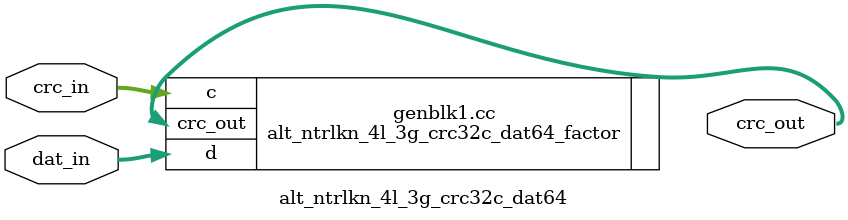
<source format=v>


`timescale 1 ps / 1 ps


module alt_ntrlkn_4l_3g_crc32c_dat64 (
	input[31:0] crc_in,
	input[63:0] dat_in,
	output[31:0] crc_out
);

parameter METHOD = 1;

generate
  if (METHOD == 0)
    alt_ntrlkn_4l_3g_crc32c_dat64_flat cc (.c(crc_in),.d(dat_in),.crc_out(crc_out));
  else
    alt_ntrlkn_4l_3g_crc32c_dat64_factor cc (.c(crc_in),.d(dat_in),.crc_out(crc_out));
endgenerate

endmodule

</source>
